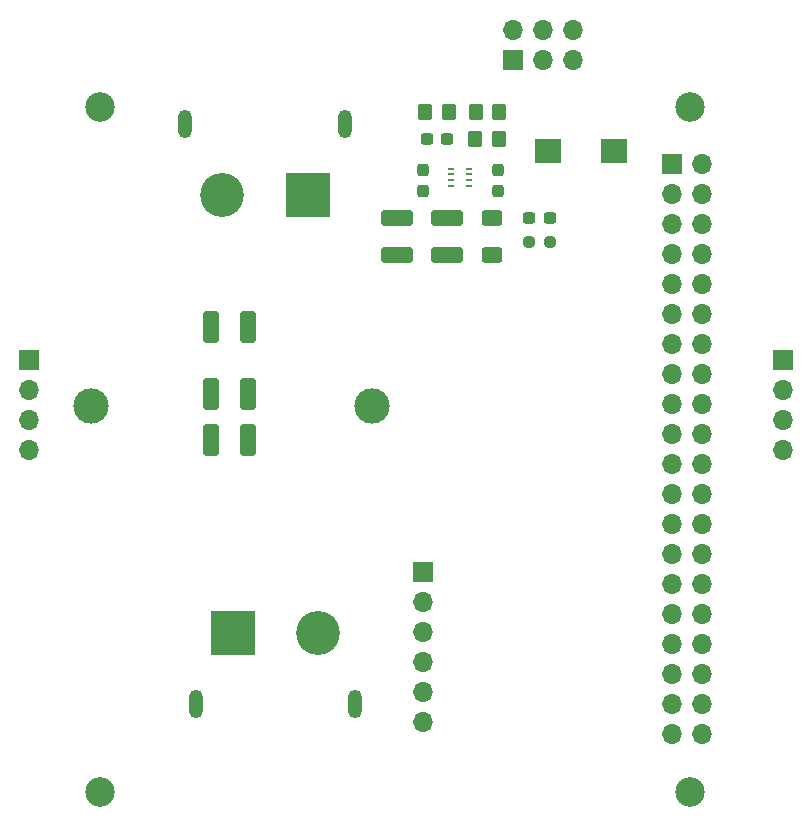
<source format=gbr>
%TF.GenerationSoftware,KiCad,Pcbnew,7.0.2-0*%
%TF.CreationDate,2023-05-05T21:51:11-04:00*%
%TF.ProjectId,Pi_HAT_V4,50695f48-4154-45f5-9634-2e6b69636164,rev?*%
%TF.SameCoordinates,Original*%
%TF.FileFunction,Soldermask,Bot*%
%TF.FilePolarity,Negative*%
%FSLAX46Y46*%
G04 Gerber Fmt 4.6, Leading zero omitted, Abs format (unit mm)*
G04 Created by KiCad (PCBNEW 7.0.2-0) date 2023-05-05 21:51:11*
%MOMM*%
%LPD*%
G01*
G04 APERTURE LIST*
G04 Aperture macros list*
%AMRoundRect*
0 Rectangle with rounded corners*
0 $1 Rounding radius*
0 $2 $3 $4 $5 $6 $7 $8 $9 X,Y pos of 4 corners*
0 Add a 4 corners polygon primitive as box body*
4,1,4,$2,$3,$4,$5,$6,$7,$8,$9,$2,$3,0*
0 Add four circle primitives for the rounded corners*
1,1,$1+$1,$2,$3*
1,1,$1+$1,$4,$5*
1,1,$1+$1,$6,$7*
1,1,$1+$1,$8,$9*
0 Add four rect primitives between the rounded corners*
20,1,$1+$1,$2,$3,$4,$5,0*
20,1,$1+$1,$4,$5,$6,$7,0*
20,1,$1+$1,$6,$7,$8,$9,0*
20,1,$1+$1,$8,$9,$2,$3,0*%
G04 Aperture macros list end*
%ADD10R,1.700000X1.700000*%
%ADD11O,1.700000X1.700000*%
%ADD12C,2.500000*%
%ADD13R,3.716000X3.716000*%
%ADD14C,3.716000*%
%ADD15O,1.200000X2.400000*%
%ADD16C,3.000000*%
%ADD17RoundRect,0.250000X0.412500X1.100000X-0.412500X1.100000X-0.412500X-1.100000X0.412500X-1.100000X0*%
%ADD18RoundRect,0.237500X-0.300000X-0.237500X0.300000X-0.237500X0.300000X0.237500X-0.300000X0.237500X0*%
%ADD19RoundRect,0.237500X-0.237500X0.300000X-0.237500X-0.300000X0.237500X-0.300000X0.237500X0.300000X0*%
%ADD20RoundRect,0.250000X1.100000X-0.412500X1.100000X0.412500X-1.100000X0.412500X-1.100000X-0.412500X0*%
%ADD21RoundRect,0.250000X0.625000X-0.400000X0.625000X0.400000X-0.625000X0.400000X-0.625000X-0.400000X0*%
%ADD22RoundRect,0.237500X0.300000X0.237500X-0.300000X0.237500X-0.300000X-0.237500X0.300000X-0.237500X0*%
%ADD23RoundRect,0.250000X0.350000X0.450000X-0.350000X0.450000X-0.350000X-0.450000X0.350000X-0.450000X0*%
%ADD24R,2.260600X2.108200*%
%ADD25RoundRect,0.250000X-0.350000X-0.450000X0.350000X-0.450000X0.350000X0.450000X-0.350000X0.450000X0*%
%ADD26R,0.609600X0.279400*%
%ADD27RoundRect,0.237500X-0.250000X-0.237500X0.250000X-0.237500X0.250000X0.237500X-0.250000X0.237500X0*%
%ADD28RoundRect,0.250000X-0.412500X-1.100000X0.412500X-1.100000X0.412500X1.100000X-0.412500X1.100000X0*%
G04 APERTURE END LIST*
D10*
%TO.C,J3*%
X137475000Y-70525000D03*
D11*
X137475000Y-67985000D03*
X140015000Y-70525000D03*
X140015000Y-67985000D03*
X142555000Y-70525000D03*
X142555000Y-67985000D03*
%TD*%
D12*
%TO.C,H1*%
X152500000Y-74500000D03*
%TD*%
%TO.C,H2*%
X102500000Y-74500000D03*
%TD*%
%TO.C,H3*%
X102500000Y-132500000D03*
%TD*%
D10*
%TO.C,J1*%
X129900000Y-113950000D03*
D11*
X129900000Y-116490000D03*
X129900000Y-119030000D03*
X129900000Y-121570000D03*
X129900000Y-124110000D03*
X129900000Y-126650000D03*
%TD*%
D12*
%TO.C,H4*%
X152500000Y-132500000D03*
%TD*%
D10*
%TO.C,J2*%
X151000000Y-79400000D03*
D11*
X153540000Y-79400000D03*
X151000000Y-81940000D03*
X153540000Y-81940000D03*
X151000000Y-84480000D03*
X153540000Y-84480000D03*
X151000000Y-87020000D03*
X153540000Y-87020000D03*
X151000000Y-89560000D03*
X153540000Y-89560000D03*
X151000000Y-92100000D03*
X153540000Y-92100000D03*
X151000000Y-94640000D03*
X153540000Y-94640000D03*
X151000000Y-97180000D03*
X153540000Y-97180000D03*
X151000000Y-99720000D03*
X153540000Y-99720000D03*
X151000000Y-102260000D03*
X153540000Y-102260000D03*
X151000000Y-104800000D03*
X153540000Y-104800000D03*
X151000000Y-107340000D03*
X153540000Y-107340000D03*
X151000000Y-109880000D03*
X153540000Y-109880000D03*
X151000000Y-112420000D03*
X153540000Y-112420000D03*
X151000000Y-114960000D03*
X153540000Y-114960000D03*
X151000000Y-117500000D03*
X153540000Y-117500000D03*
X151000000Y-120040000D03*
X153540000Y-120040000D03*
X151000000Y-122580000D03*
X153540000Y-122580000D03*
X151000000Y-125120000D03*
X153540000Y-125120000D03*
X151000000Y-127660000D03*
X153540000Y-127660000D03*
%TD*%
D10*
%TO.C,J4*%
X96550000Y-96000000D03*
D11*
X96550000Y-98540000D03*
X96550000Y-101080000D03*
X96550000Y-103620000D03*
%TD*%
D13*
%TO.C,J5*%
X120100000Y-82000000D03*
D14*
X112900000Y-82000000D03*
D15*
X123250000Y-76000000D03*
X109750000Y-76000000D03*
%TD*%
D13*
%TO.C,J8*%
X113800000Y-119100000D03*
D14*
X121000000Y-119100000D03*
D15*
X110650000Y-125100000D03*
X124150000Y-125100000D03*
%TD*%
D16*
%TO.C,L2*%
X101800000Y-99850000D03*
X125600000Y-99850000D03*
%TD*%
D10*
%TO.C,J6*%
X160350000Y-96000000D03*
D11*
X160350000Y-98540000D03*
X160350000Y-101080000D03*
X160350000Y-103620000D03*
%TD*%
D17*
%TO.C,C7*%
X115062500Y-102750000D03*
X111937500Y-102750000D03*
%TD*%
D18*
%TO.C,C9*%
X130212500Y-77275000D03*
X131937500Y-77275000D03*
%TD*%
D19*
%TO.C,C3*%
X136250000Y-79887500D03*
X136250000Y-81612500D03*
%TD*%
D17*
%TO.C,C6*%
X115062500Y-98850000D03*
X111937500Y-98850000D03*
%TD*%
D20*
%TO.C,C1*%
X131900000Y-87037500D03*
X131900000Y-83912500D03*
%TD*%
%TO.C,C2*%
X127650000Y-87037500D03*
X127650000Y-83912500D03*
%TD*%
D21*
%TO.C,R2*%
X135750000Y-87050000D03*
X135750000Y-83950000D03*
%TD*%
D22*
%TO.C,C4*%
X140612500Y-83975000D03*
X138887500Y-83975000D03*
%TD*%
D23*
%TO.C,R5*%
X136300000Y-77275000D03*
X134300000Y-77275000D03*
%TD*%
D24*
%TO.C,L1*%
X146018600Y-78250000D03*
X140481400Y-78250000D03*
%TD*%
D25*
%TO.C,R14*%
X130050000Y-75000000D03*
X132050000Y-75000000D03*
%TD*%
D26*
%TO.C,U1*%
X133749300Y-79749999D03*
X133749300Y-80250000D03*
X133749300Y-80750000D03*
X133749300Y-81250001D03*
X132250700Y-81250001D03*
X132250700Y-80750000D03*
X132250700Y-80250000D03*
X132250700Y-79749999D03*
%TD*%
D19*
%TO.C,C8*%
X129875000Y-79887500D03*
X129875000Y-81612500D03*
%TD*%
D27*
%TO.C,R4*%
X138812500Y-86000000D03*
X140637500Y-86000000D03*
%TD*%
D28*
%TO.C,C5*%
X111937500Y-93200000D03*
X115062500Y-93200000D03*
%TD*%
D23*
%TO.C,R3*%
X136325000Y-75000000D03*
X134325000Y-75000000D03*
%TD*%
M02*

</source>
